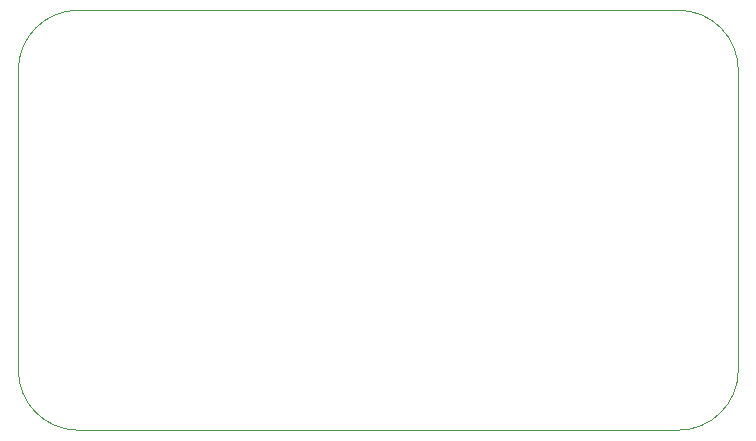
<source format=gbr>
G04 #@! TF.GenerationSoftware,KiCad,Pcbnew,7.0.6*
G04 #@! TF.CreationDate,2023-07-18T09:57:41-05:00*
G04 #@! TF.ProjectId,DC_Amplifier,44435f41-6d70-46c6-9966-6965722e6b69,B*
G04 #@! TF.SameCoordinates,Original*
G04 #@! TF.FileFunction,Profile,NP*
%FSLAX46Y46*%
G04 Gerber Fmt 4.6, Leading zero omitted, Abs format (unit mm)*
G04 Created by KiCad (PCBNEW 7.0.6) date 2023-07-18 09:57:41*
%MOMM*%
%LPD*%
G01*
G04 APERTURE LIST*
G04 #@! TA.AperFunction,Profile*
%ADD10C,0.050000*%
G04 #@! TD*
G04 APERTURE END LIST*
D10*
X71120000Y-76200000D02*
X71120000Y-101600000D01*
X76200000Y-106680000D02*
X127000000Y-106680000D01*
X132080000Y-101600000D02*
X132080000Y-76200000D01*
X127000000Y-71120000D02*
X76200000Y-71120000D01*
X71120000Y-101600000D02*
G75*
G03*
X76200000Y-106680000I5080000J0D01*
G01*
X132080000Y-76200000D02*
G75*
G03*
X127000000Y-71120000I-5080000J0D01*
G01*
X76200000Y-71120000D02*
G75*
G03*
X71120000Y-76200000I0J-5080000D01*
G01*
X127000000Y-106680000D02*
G75*
G03*
X132080000Y-101600000I0J5080000D01*
G01*
M02*

</source>
